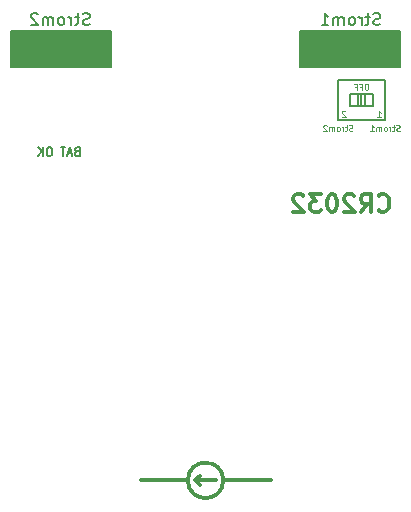
<source format=gbr>
%TF.GenerationSoftware,KiCad,Pcbnew,(5.99.0-12750-ge81b516a82)*%
%TF.CreationDate,2021-11-10T18:22:52+01:00*%
%TF.ProjectId,PrecisionCurrentSource,50726563-6973-4696-9f6e-43757272656e,A*%
%TF.SameCoordinates,Original*%
%TF.FileFunction,Legend,Bot*%
%TF.FilePolarity,Positive*%
%FSLAX46Y46*%
G04 Gerber Fmt 4.6, Leading zero omitted, Abs format (unit mm)*
G04 Created by KiCad (PCBNEW (5.99.0-12750-ge81b516a82)) date 2021-11-10 18:22:52*
%MOMM*%
%LPD*%
G01*
G04 APERTURE LIST*
%ADD10C,0.150000*%
%ADD11C,0.300000*%
%ADD12C,0.125000*%
%ADD13C,0.375000*%
%ADD14C,0.200000*%
%ADD15C,0.175000*%
G04 APERTURE END LIST*
D10*
X159500000Y-94800000D02*
X159500000Y-95800000D01*
X162500000Y-89500000D02*
X154000000Y-89500000D01*
X154000000Y-89500000D02*
X154000000Y-92500000D01*
X154000000Y-92500000D02*
X162500000Y-92500000D01*
X162500000Y-92500000D02*
X162500000Y-89500000D01*
G36*
X162500000Y-89500000D02*
G01*
X154000000Y-89500000D01*
X154000000Y-92500000D01*
X162500000Y-92500000D01*
X162500000Y-89500000D01*
G37*
X160200000Y-94800000D02*
X158200000Y-94800000D01*
X158200000Y-94800000D02*
X158200000Y-95800000D01*
X158200000Y-95800000D02*
X160200000Y-95800000D01*
X160200000Y-95800000D02*
X160200000Y-94800000D01*
D11*
X147500000Y-127500000D02*
X151500000Y-127500000D01*
X147500000Y-127500000D02*
G75*
G03*
X147500000Y-127500000I-1500000J0D01*
G01*
D10*
X138000000Y-89500000D02*
X129500000Y-89500000D01*
X129500000Y-89500000D02*
X129500000Y-92500000D01*
X129500000Y-92500000D02*
X138000000Y-92500000D01*
X138000000Y-92500000D02*
X138000000Y-89500000D01*
G36*
X138000000Y-89500000D02*
G01*
X129500000Y-89500000D01*
X129500000Y-92500000D01*
X138000000Y-92500000D01*
X138000000Y-89500000D01*
G37*
D11*
X145100000Y-127500000D02*
X145500000Y-127100000D01*
X144500000Y-127500000D02*
X140500000Y-127500000D01*
X145100000Y-127500000D02*
X145500000Y-127900000D01*
X146900000Y-127500000D02*
X145100000Y-127500000D01*
D10*
X161200000Y-93600000D02*
X157200000Y-93600000D01*
X157200000Y-93600000D02*
X157200000Y-97000000D01*
X157200000Y-97000000D02*
X161200000Y-97000000D01*
X161200000Y-97000000D02*
X161200000Y-93600000D01*
X159200000Y-94800000D02*
X159200000Y-95800000D01*
X158900000Y-94800000D02*
X158900000Y-95800000D01*
D12*
X158438095Y-97902380D02*
X158366666Y-97926190D01*
X158247619Y-97926190D01*
X158200000Y-97902380D01*
X158176190Y-97878571D01*
X158152380Y-97830952D01*
X158152380Y-97783333D01*
X158176190Y-97735714D01*
X158200000Y-97711904D01*
X158247619Y-97688095D01*
X158342857Y-97664285D01*
X158390476Y-97640476D01*
X158414285Y-97616666D01*
X158438095Y-97569047D01*
X158438095Y-97521428D01*
X158414285Y-97473809D01*
X158390476Y-97450000D01*
X158342857Y-97426190D01*
X158223809Y-97426190D01*
X158152380Y-97450000D01*
X158009523Y-97592857D02*
X157819047Y-97592857D01*
X157938095Y-97426190D02*
X157938095Y-97854761D01*
X157914285Y-97902380D01*
X157866666Y-97926190D01*
X157819047Y-97926190D01*
X157652380Y-97926190D02*
X157652380Y-97592857D01*
X157652380Y-97688095D02*
X157628571Y-97640476D01*
X157604761Y-97616666D01*
X157557142Y-97592857D01*
X157509523Y-97592857D01*
X157271428Y-97926190D02*
X157319047Y-97902380D01*
X157342857Y-97878571D01*
X157366666Y-97830952D01*
X157366666Y-97688095D01*
X157342857Y-97640476D01*
X157319047Y-97616666D01*
X157271428Y-97592857D01*
X157200000Y-97592857D01*
X157152380Y-97616666D01*
X157128571Y-97640476D01*
X157104761Y-97688095D01*
X157104761Y-97830952D01*
X157128571Y-97878571D01*
X157152380Y-97902380D01*
X157200000Y-97926190D01*
X157271428Y-97926190D01*
X156890476Y-97926190D02*
X156890476Y-97592857D01*
X156890476Y-97640476D02*
X156866666Y-97616666D01*
X156819047Y-97592857D01*
X156747619Y-97592857D01*
X156700000Y-97616666D01*
X156676190Y-97664285D01*
X156676190Y-97926190D01*
X156676190Y-97664285D02*
X156652380Y-97616666D01*
X156604761Y-97592857D01*
X156533333Y-97592857D01*
X156485714Y-97616666D01*
X156461904Y-97664285D01*
X156461904Y-97926190D01*
X156247619Y-97473809D02*
X156223809Y-97450000D01*
X156176190Y-97426190D01*
X156057142Y-97426190D01*
X156009523Y-97450000D01*
X155985714Y-97473809D01*
X155961904Y-97521428D01*
X155961904Y-97569047D01*
X155985714Y-97640476D01*
X156271428Y-97926190D01*
X155961904Y-97926190D01*
X157842857Y-96273809D02*
X157819047Y-96250000D01*
X157771428Y-96226190D01*
X157652380Y-96226190D01*
X157604761Y-96250000D01*
X157580952Y-96273809D01*
X157557142Y-96321428D01*
X157557142Y-96369047D01*
X157580952Y-96440476D01*
X157866666Y-96726190D01*
X157557142Y-96726190D01*
X162438095Y-97902380D02*
X162366666Y-97926190D01*
X162247619Y-97926190D01*
X162200000Y-97902380D01*
X162176190Y-97878571D01*
X162152380Y-97830952D01*
X162152380Y-97783333D01*
X162176190Y-97735714D01*
X162200000Y-97711904D01*
X162247619Y-97688095D01*
X162342857Y-97664285D01*
X162390476Y-97640476D01*
X162414285Y-97616666D01*
X162438095Y-97569047D01*
X162438095Y-97521428D01*
X162414285Y-97473809D01*
X162390476Y-97450000D01*
X162342857Y-97426190D01*
X162223809Y-97426190D01*
X162152380Y-97450000D01*
X162009523Y-97592857D02*
X161819047Y-97592857D01*
X161938095Y-97426190D02*
X161938095Y-97854761D01*
X161914285Y-97902380D01*
X161866666Y-97926190D01*
X161819047Y-97926190D01*
X161652380Y-97926190D02*
X161652380Y-97592857D01*
X161652380Y-97688095D02*
X161628571Y-97640476D01*
X161604761Y-97616666D01*
X161557142Y-97592857D01*
X161509523Y-97592857D01*
X161271428Y-97926190D02*
X161319047Y-97902380D01*
X161342857Y-97878571D01*
X161366666Y-97830952D01*
X161366666Y-97688095D01*
X161342857Y-97640476D01*
X161319047Y-97616666D01*
X161271428Y-97592857D01*
X161200000Y-97592857D01*
X161152380Y-97616666D01*
X161128571Y-97640476D01*
X161104761Y-97688095D01*
X161104761Y-97830952D01*
X161128571Y-97878571D01*
X161152380Y-97902380D01*
X161200000Y-97926190D01*
X161271428Y-97926190D01*
X160890476Y-97926190D02*
X160890476Y-97592857D01*
X160890476Y-97640476D02*
X160866666Y-97616666D01*
X160819047Y-97592857D01*
X160747619Y-97592857D01*
X160700000Y-97616666D01*
X160676190Y-97664285D01*
X160676190Y-97926190D01*
X160676190Y-97664285D02*
X160652380Y-97616666D01*
X160604761Y-97592857D01*
X160533333Y-97592857D01*
X160485714Y-97616666D01*
X160461904Y-97664285D01*
X160461904Y-97926190D01*
X159961904Y-97926190D02*
X160247619Y-97926190D01*
X160104761Y-97926190D02*
X160104761Y-97426190D01*
X160152380Y-97497619D01*
X160200000Y-97545238D01*
X160247619Y-97569047D01*
X160557142Y-96726190D02*
X160842857Y-96726190D01*
X160700000Y-96726190D02*
X160700000Y-96226190D01*
X160747619Y-96297619D01*
X160795238Y-96345238D01*
X160842857Y-96369047D01*
D13*
X160642857Y-104635714D02*
X160714285Y-104707142D01*
X160928571Y-104778571D01*
X161071428Y-104778571D01*
X161285714Y-104707142D01*
X161428571Y-104564285D01*
X161500000Y-104421428D01*
X161571428Y-104135714D01*
X161571428Y-103921428D01*
X161500000Y-103635714D01*
X161428571Y-103492857D01*
X161285714Y-103350000D01*
X161071428Y-103278571D01*
X160928571Y-103278571D01*
X160714285Y-103350000D01*
X160642857Y-103421428D01*
X159142857Y-104778571D02*
X159642857Y-104064285D01*
X160000000Y-104778571D02*
X160000000Y-103278571D01*
X159428571Y-103278571D01*
X159285714Y-103350000D01*
X159214285Y-103421428D01*
X159142857Y-103564285D01*
X159142857Y-103778571D01*
X159214285Y-103921428D01*
X159285714Y-103992857D01*
X159428571Y-104064285D01*
X160000000Y-104064285D01*
X158571428Y-103421428D02*
X158500000Y-103350000D01*
X158357142Y-103278571D01*
X158000000Y-103278571D01*
X157857142Y-103350000D01*
X157785714Y-103421428D01*
X157714285Y-103564285D01*
X157714285Y-103707142D01*
X157785714Y-103921428D01*
X158642857Y-104778571D01*
X157714285Y-104778571D01*
X156785714Y-103278571D02*
X156642857Y-103278571D01*
X156500000Y-103350000D01*
X156428571Y-103421428D01*
X156357142Y-103564285D01*
X156285714Y-103850000D01*
X156285714Y-104207142D01*
X156357142Y-104492857D01*
X156428571Y-104635714D01*
X156500000Y-104707142D01*
X156642857Y-104778571D01*
X156785714Y-104778571D01*
X156928571Y-104707142D01*
X157000000Y-104635714D01*
X157071428Y-104492857D01*
X157142857Y-104207142D01*
X157142857Y-103850000D01*
X157071428Y-103564285D01*
X157000000Y-103421428D01*
X156928571Y-103350000D01*
X156785714Y-103278571D01*
X155785714Y-103278571D02*
X154857142Y-103278571D01*
X155357142Y-103850000D01*
X155142857Y-103850000D01*
X155000000Y-103921428D01*
X154928571Y-103992857D01*
X154857142Y-104135714D01*
X154857142Y-104492857D01*
X154928571Y-104635714D01*
X155000000Y-104707142D01*
X155142857Y-104778571D01*
X155571428Y-104778571D01*
X155714285Y-104707142D01*
X155785714Y-104635714D01*
X154285714Y-103421428D02*
X154214285Y-103350000D01*
X154071428Y-103278571D01*
X153714285Y-103278571D01*
X153571428Y-103350000D01*
X153500000Y-103421428D01*
X153428571Y-103564285D01*
X153428571Y-103707142D01*
X153500000Y-103921428D01*
X154357142Y-104778571D01*
X153428571Y-104778571D01*
D14*
X160776190Y-88904761D02*
X160633333Y-88952380D01*
X160395238Y-88952380D01*
X160300000Y-88904761D01*
X160252380Y-88857142D01*
X160204761Y-88761904D01*
X160204761Y-88666666D01*
X160252380Y-88571428D01*
X160300000Y-88523809D01*
X160395238Y-88476190D01*
X160585714Y-88428571D01*
X160680952Y-88380952D01*
X160728571Y-88333333D01*
X160776190Y-88238095D01*
X160776190Y-88142857D01*
X160728571Y-88047619D01*
X160680952Y-88000000D01*
X160585714Y-87952380D01*
X160347619Y-87952380D01*
X160204761Y-88000000D01*
X159919047Y-88285714D02*
X159538095Y-88285714D01*
X159776190Y-87952380D02*
X159776190Y-88809523D01*
X159728571Y-88904761D01*
X159633333Y-88952380D01*
X159538095Y-88952380D01*
X159204761Y-88952380D02*
X159204761Y-88285714D01*
X159204761Y-88476190D02*
X159157142Y-88380952D01*
X159109523Y-88333333D01*
X159014285Y-88285714D01*
X158919047Y-88285714D01*
X158442857Y-88952380D02*
X158538095Y-88904761D01*
X158585714Y-88857142D01*
X158633333Y-88761904D01*
X158633333Y-88476190D01*
X158585714Y-88380952D01*
X158538095Y-88333333D01*
X158442857Y-88285714D01*
X158300000Y-88285714D01*
X158204761Y-88333333D01*
X158157142Y-88380952D01*
X158109523Y-88476190D01*
X158109523Y-88761904D01*
X158157142Y-88857142D01*
X158204761Y-88904761D01*
X158300000Y-88952380D01*
X158442857Y-88952380D01*
X157680952Y-88952380D02*
X157680952Y-88285714D01*
X157680952Y-88380952D02*
X157633333Y-88333333D01*
X157538095Y-88285714D01*
X157395238Y-88285714D01*
X157300000Y-88333333D01*
X157252380Y-88428571D01*
X157252380Y-88952380D01*
X157252380Y-88428571D02*
X157204761Y-88333333D01*
X157109523Y-88285714D01*
X156966666Y-88285714D01*
X156871428Y-88333333D01*
X156823809Y-88428571D01*
X156823809Y-88952380D01*
X155823809Y-88952380D02*
X156395238Y-88952380D01*
X156109523Y-88952380D02*
X156109523Y-87952380D01*
X156204761Y-88095238D01*
X156300000Y-88190476D01*
X156395238Y-88238095D01*
D12*
X159676190Y-93926190D02*
X159580952Y-93926190D01*
X159533333Y-93950000D01*
X159485714Y-93997619D01*
X159461904Y-94092857D01*
X159461904Y-94259523D01*
X159485714Y-94354761D01*
X159533333Y-94402380D01*
X159580952Y-94426190D01*
X159676190Y-94426190D01*
X159723809Y-94402380D01*
X159771428Y-94354761D01*
X159795238Y-94259523D01*
X159795238Y-94092857D01*
X159771428Y-93997619D01*
X159723809Y-93950000D01*
X159676190Y-93926190D01*
X159080952Y-94164285D02*
X159247619Y-94164285D01*
X159247619Y-94426190D02*
X159247619Y-93926190D01*
X159009523Y-93926190D01*
X158652380Y-94164285D02*
X158819047Y-94164285D01*
X158819047Y-94426190D02*
X158819047Y-93926190D01*
X158580952Y-93926190D01*
D14*
X136176190Y-88904761D02*
X136033333Y-88952380D01*
X135795238Y-88952380D01*
X135700000Y-88904761D01*
X135652380Y-88857142D01*
X135604761Y-88761904D01*
X135604761Y-88666666D01*
X135652380Y-88571428D01*
X135700000Y-88523809D01*
X135795238Y-88476190D01*
X135985714Y-88428571D01*
X136080952Y-88380952D01*
X136128571Y-88333333D01*
X136176190Y-88238095D01*
X136176190Y-88142857D01*
X136128571Y-88047619D01*
X136080952Y-88000000D01*
X135985714Y-87952380D01*
X135747619Y-87952380D01*
X135604761Y-88000000D01*
X135319047Y-88285714D02*
X134938095Y-88285714D01*
X135176190Y-87952380D02*
X135176190Y-88809523D01*
X135128571Y-88904761D01*
X135033333Y-88952380D01*
X134938095Y-88952380D01*
X134604761Y-88952380D02*
X134604761Y-88285714D01*
X134604761Y-88476190D02*
X134557142Y-88380952D01*
X134509523Y-88333333D01*
X134414285Y-88285714D01*
X134319047Y-88285714D01*
X133842857Y-88952380D02*
X133938095Y-88904761D01*
X133985714Y-88857142D01*
X134033333Y-88761904D01*
X134033333Y-88476190D01*
X133985714Y-88380952D01*
X133938095Y-88333333D01*
X133842857Y-88285714D01*
X133700000Y-88285714D01*
X133604761Y-88333333D01*
X133557142Y-88380952D01*
X133509523Y-88476190D01*
X133509523Y-88761904D01*
X133557142Y-88857142D01*
X133604761Y-88904761D01*
X133700000Y-88952380D01*
X133842857Y-88952380D01*
X133080952Y-88952380D02*
X133080952Y-88285714D01*
X133080952Y-88380952D02*
X133033333Y-88333333D01*
X132938095Y-88285714D01*
X132795238Y-88285714D01*
X132700000Y-88333333D01*
X132652380Y-88428571D01*
X132652380Y-88952380D01*
X132652380Y-88428571D02*
X132604761Y-88333333D01*
X132509523Y-88285714D01*
X132366666Y-88285714D01*
X132271428Y-88333333D01*
X132223809Y-88428571D01*
X132223809Y-88952380D01*
X131795238Y-88047619D02*
X131747619Y-88000000D01*
X131652380Y-87952380D01*
X131414285Y-87952380D01*
X131319047Y-88000000D01*
X131271428Y-88047619D01*
X131223809Y-88142857D01*
X131223809Y-88238095D01*
X131271428Y-88380952D01*
X131842857Y-88952380D01*
X131223809Y-88952380D01*
D15*
X135100000Y-99650000D02*
X135000000Y-99683333D01*
X134966666Y-99716666D01*
X134933333Y-99783333D01*
X134933333Y-99883333D01*
X134966666Y-99950000D01*
X135000000Y-99983333D01*
X135066666Y-100016666D01*
X135333333Y-100016666D01*
X135333333Y-99316666D01*
X135100000Y-99316666D01*
X135033333Y-99350000D01*
X135000000Y-99383333D01*
X134966666Y-99450000D01*
X134966666Y-99516666D01*
X135000000Y-99583333D01*
X135033333Y-99616666D01*
X135100000Y-99650000D01*
X135333333Y-99650000D01*
X134666666Y-99816666D02*
X134333333Y-99816666D01*
X134733333Y-100016666D02*
X134500000Y-99316666D01*
X134266666Y-100016666D01*
X134133333Y-99316666D02*
X133733333Y-99316666D01*
X133933333Y-100016666D02*
X133933333Y-99316666D01*
X132833333Y-99316666D02*
X132700000Y-99316666D01*
X132633333Y-99350000D01*
X132566666Y-99416666D01*
X132533333Y-99550000D01*
X132533333Y-99783333D01*
X132566666Y-99916666D01*
X132633333Y-99983333D01*
X132700000Y-100016666D01*
X132833333Y-100016666D01*
X132900000Y-99983333D01*
X132966666Y-99916666D01*
X133000000Y-99783333D01*
X133000000Y-99550000D01*
X132966666Y-99416666D01*
X132900000Y-99350000D01*
X132833333Y-99316666D01*
X132233333Y-100016666D02*
X132233333Y-99316666D01*
X131833333Y-100016666D02*
X132133333Y-99616666D01*
X131833333Y-99316666D02*
X132233333Y-99716666D01*
M02*

</source>
